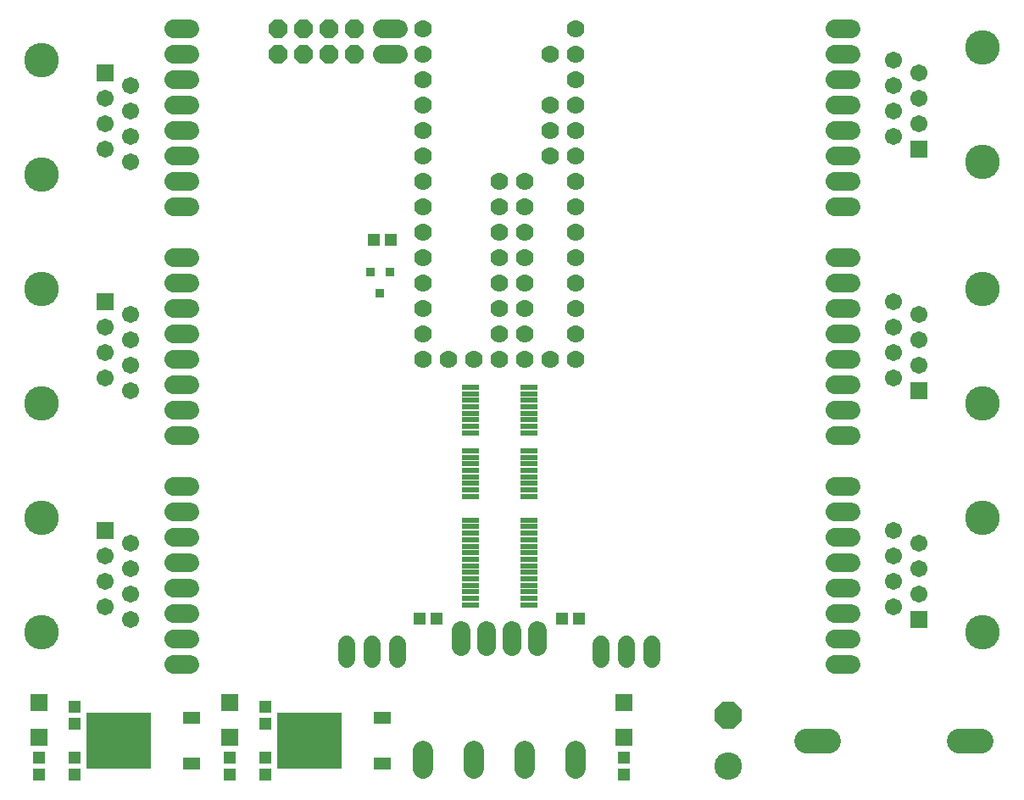
<source format=gts>
G75*
%MOIN*%
%OFA0B0*%
%FSLAX24Y24*%
%IPPOS*%
%LPD*%
%AMOC8*
5,1,8,0,0,1.08239X$1,22.5*
%
%ADD10C,0.1080*%
%ADD11OC8,0.1080*%
%ADD12R,0.0474X0.0513*%
%ADD13C,0.0965*%
%ADD14R,0.2521X0.2206*%
%ADD15R,0.0710X0.0474*%
%ADD16C,0.0680*%
%ADD17R,0.0671X0.0671*%
%ADD18R,0.0380X0.0380*%
%ADD19R,0.0513X0.0474*%
%ADD20C,0.0720*%
%ADD21OC8,0.0720*%
%ADD22C,0.0700*%
%ADD23R,0.0660X0.0220*%
%ADD24C,0.0674*%
%ADD25R,0.0674X0.0674*%
%ADD26C,0.1360*%
%ADD27C,0.0790*%
D10*
X030204Y002500D03*
D11*
X030204Y004500D03*
D12*
X024338Y008300D03*
X023669Y008300D03*
X018738Y008300D03*
X018069Y008300D03*
X012004Y004835D03*
X012004Y004165D03*
X012004Y002835D03*
X012004Y002165D03*
X004504Y002165D03*
X004504Y002835D03*
X004504Y004165D03*
X004504Y004835D03*
X016269Y023200D03*
X016938Y023200D03*
D13*
X033261Y003500D02*
X034146Y003500D01*
X039261Y003500D02*
X040146Y003500D01*
D14*
X013720Y003500D03*
X006220Y003500D03*
D15*
X009094Y002602D03*
X009094Y004398D03*
X016594Y004398D03*
X016594Y002602D03*
D16*
X016204Y006700D02*
X016204Y007300D01*
X017204Y007300D02*
X017204Y006700D01*
X015204Y006700D02*
X015204Y007300D01*
X025204Y007300D02*
X025204Y006700D01*
X026204Y006700D02*
X026204Y007300D01*
X027204Y007300D02*
X027204Y006700D01*
D17*
X026104Y004989D03*
X026104Y003611D03*
X010604Y003611D03*
X010604Y004989D03*
X003104Y004989D03*
X003104Y003611D03*
D18*
X016494Y021080D03*
X016134Y021934D03*
X016889Y021934D03*
D19*
X003104Y002165D03*
X003104Y002835D03*
X010604Y002835D03*
X010604Y002165D03*
X026104Y002165D03*
X026104Y002835D03*
D20*
X022704Y007180D02*
X022704Y007820D01*
X021704Y007820D02*
X021704Y007180D01*
X020704Y007180D02*
X020704Y007820D01*
X019704Y007820D02*
X019704Y007180D01*
X009024Y007500D02*
X008384Y007500D01*
X008384Y006500D02*
X009024Y006500D01*
X009024Y008500D02*
X008384Y008500D01*
X008384Y009500D02*
X009024Y009500D01*
X009024Y010500D02*
X008384Y010500D01*
X008384Y011500D02*
X009024Y011500D01*
X009024Y012500D02*
X008384Y012500D01*
X008384Y013500D02*
X009024Y013500D01*
X009024Y015500D02*
X008384Y015500D01*
X008384Y016500D02*
X009024Y016500D01*
X009024Y017500D02*
X008384Y017500D01*
X008384Y018500D02*
X009024Y018500D01*
X009024Y019500D02*
X008384Y019500D01*
X008384Y020500D02*
X009024Y020500D01*
X009024Y021500D02*
X008384Y021500D01*
X008384Y022500D02*
X009024Y022500D01*
X009024Y024500D02*
X008384Y024500D01*
X008384Y025500D02*
X009024Y025500D01*
X009024Y026500D02*
X008384Y026500D01*
X008384Y027500D02*
X009024Y027500D01*
X009024Y028500D02*
X008384Y028500D01*
X008384Y029500D02*
X009024Y029500D01*
X009024Y030500D02*
X008384Y030500D01*
X008384Y031500D02*
X009024Y031500D01*
X016584Y031500D02*
X017224Y031500D01*
X017224Y030500D02*
X016584Y030500D01*
X034384Y030500D02*
X035024Y030500D01*
X035024Y031500D02*
X034384Y031500D01*
X034384Y029500D02*
X035024Y029500D01*
X035024Y028500D02*
X034384Y028500D01*
X034384Y027500D02*
X035024Y027500D01*
X035024Y026500D02*
X034384Y026500D01*
X034384Y025500D02*
X035024Y025500D01*
X035024Y024500D02*
X034384Y024500D01*
X034384Y022500D02*
X035024Y022500D01*
X035024Y021500D02*
X034384Y021500D01*
X034384Y020500D02*
X035024Y020500D01*
X035024Y019500D02*
X034384Y019500D01*
X034384Y018500D02*
X035024Y018500D01*
X035024Y017500D02*
X034384Y017500D01*
X034384Y016500D02*
X035024Y016500D01*
X035024Y015500D02*
X034384Y015500D01*
X034384Y013500D02*
X035024Y013500D01*
X035024Y012500D02*
X034384Y012500D01*
X034384Y011500D02*
X035024Y011500D01*
X035024Y010500D02*
X034384Y010500D01*
X034384Y009500D02*
X035024Y009500D01*
X035024Y008500D02*
X034384Y008500D01*
X034384Y007500D02*
X035024Y007500D01*
X035024Y006500D02*
X034384Y006500D01*
D21*
X015504Y030500D03*
X014504Y030500D03*
X013504Y030500D03*
X013504Y031500D03*
X014504Y031500D03*
X015504Y031500D03*
X012504Y031500D03*
X012504Y030500D03*
D22*
X018204Y030500D03*
X018204Y031500D03*
X018204Y029500D03*
X018204Y028500D03*
X018204Y027500D03*
X018204Y026500D03*
X018204Y025500D03*
X018204Y024500D03*
X018204Y023500D03*
X018204Y022500D03*
X018204Y021500D03*
X018204Y020500D03*
X018204Y019500D03*
X018204Y018500D03*
X019204Y018500D03*
X020204Y018500D03*
X021204Y018500D03*
X022204Y018500D03*
X023204Y018500D03*
X024204Y018500D03*
X024204Y019500D03*
X024204Y020500D03*
X024204Y021500D03*
X024204Y022500D03*
X024204Y023500D03*
X024204Y024500D03*
X024204Y025500D03*
X024204Y026500D03*
X023204Y026500D03*
X023204Y027500D03*
X024204Y027500D03*
X024204Y028500D03*
X023204Y028500D03*
X024204Y029500D03*
X024204Y030500D03*
X023204Y030500D03*
X024204Y031500D03*
X022204Y025500D03*
X022204Y024500D03*
X022204Y023500D03*
X022204Y022500D03*
X022204Y021500D03*
X022204Y020500D03*
X022204Y019500D03*
X021204Y019500D03*
X021204Y020500D03*
X021204Y021500D03*
X021204Y022500D03*
X021204Y023500D03*
X021204Y024500D03*
X021204Y025500D03*
D23*
X022354Y017400D03*
X022354Y017140D03*
X022354Y016880D03*
X022354Y016630D03*
X022354Y016370D03*
X022354Y016120D03*
X022354Y015860D03*
X022354Y015600D03*
X022354Y014900D03*
X022354Y014640D03*
X022354Y014380D03*
X022354Y014130D03*
X022354Y013870D03*
X022354Y013620D03*
X022354Y013360D03*
X022354Y013100D03*
X022354Y012160D03*
X022354Y011910D03*
X022354Y011650D03*
X022354Y011400D03*
X022354Y011140D03*
X022354Y010880D03*
X022354Y010630D03*
X022354Y010370D03*
X022354Y010120D03*
X022354Y009860D03*
X022354Y009600D03*
X022354Y009350D03*
X022354Y009090D03*
X022354Y008840D03*
X020054Y008840D03*
X020054Y009090D03*
X020054Y009350D03*
X020054Y009600D03*
X020054Y009860D03*
X020054Y010120D03*
X020054Y010370D03*
X020054Y010630D03*
X020054Y010880D03*
X020054Y011140D03*
X020054Y011400D03*
X020054Y011650D03*
X020054Y011910D03*
X020054Y012160D03*
X020054Y013100D03*
X020054Y013360D03*
X020054Y013620D03*
X020054Y013870D03*
X020054Y014130D03*
X020054Y014380D03*
X020054Y014640D03*
X020054Y014900D03*
X020054Y015600D03*
X020054Y015860D03*
X020054Y016120D03*
X020054Y016370D03*
X020054Y016630D03*
X020054Y016880D03*
X020054Y017140D03*
X020054Y017400D03*
D24*
X006704Y017250D03*
X005704Y017750D03*
X006704Y018250D03*
X005704Y018750D03*
X006704Y019250D03*
X005704Y019750D03*
X006704Y020250D03*
X006704Y026250D03*
X005704Y026750D03*
X006704Y027250D03*
X005704Y027750D03*
X006704Y028250D03*
X005704Y028750D03*
X006704Y029250D03*
X006704Y011250D03*
X005704Y010750D03*
X006704Y010250D03*
X005704Y009750D03*
X006704Y009250D03*
X005704Y008750D03*
X006704Y008250D03*
X036704Y008750D03*
X037704Y009250D03*
X036704Y009750D03*
X037704Y010250D03*
X036704Y010750D03*
X037704Y011250D03*
X036704Y011750D03*
X036704Y017750D03*
X037704Y018250D03*
X036704Y018750D03*
X037704Y019250D03*
X036704Y019750D03*
X037704Y020250D03*
X036704Y020750D03*
X036704Y027250D03*
X037704Y027750D03*
X036704Y028250D03*
X037704Y028750D03*
X036704Y029250D03*
X037704Y029750D03*
X036704Y030250D03*
D25*
X037704Y026750D03*
X037704Y017250D03*
X037704Y008250D03*
X005704Y011750D03*
X005704Y020750D03*
X005704Y029750D03*
D26*
X003204Y030250D03*
X003204Y025750D03*
X003204Y021250D03*
X003204Y016750D03*
X003204Y012250D03*
X003204Y007750D03*
X040204Y007750D03*
X040204Y012250D03*
X040204Y016750D03*
X040204Y021250D03*
X040204Y026250D03*
X040204Y030750D03*
D27*
X024204Y003105D02*
X024204Y002395D01*
X022204Y002395D02*
X022204Y003105D01*
X020204Y003105D02*
X020204Y002395D01*
X018204Y002395D02*
X018204Y003105D01*
M02*

</source>
